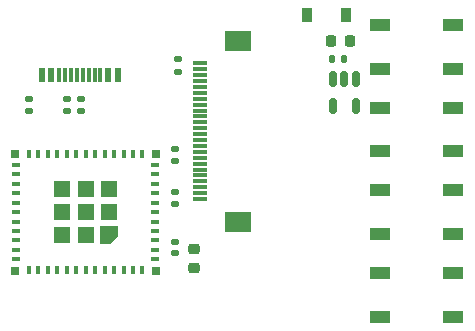
<source format=gtp>
G04 #@! TF.GenerationSoftware,KiCad,Pcbnew,(6.0.10-0)*
G04 #@! TF.CreationDate,2022-12-22T21:19:14-05:00*
G04 #@! TF.ProjectId,rev2,72657632-2e6b-4696-9361-645f70636258,rev?*
G04 #@! TF.SameCoordinates,Original*
G04 #@! TF.FileFunction,Paste,Top*
G04 #@! TF.FilePolarity,Positive*
%FSLAX46Y46*%
G04 Gerber Fmt 4.6, Leading zero omitted, Abs format (unit mm)*
G04 Created by KiCad (PCBNEW (6.0.10-0)) date 2022-12-22 21:19:14*
%MOMM*%
%LPD*%
G01*
G04 APERTURE LIST*
G04 Aperture macros list*
%AMRoundRect*
0 Rectangle with rounded corners*
0 $1 Rounding radius*
0 $2 $3 $4 $5 $6 $7 $8 $9 X,Y pos of 4 corners*
0 Add a 4 corners polygon primitive as box body*
4,1,4,$2,$3,$4,$5,$6,$7,$8,$9,$2,$3,0*
0 Add four circle primitives for the rounded corners*
1,1,$1+$1,$2,$3*
1,1,$1+$1,$4,$5*
1,1,$1+$1,$6,$7*
1,1,$1+$1,$8,$9*
0 Add four rect primitives between the rounded corners*
20,1,$1+$1,$2,$3,$4,$5,0*
20,1,$1+$1,$4,$5,$6,$7,0*
20,1,$1+$1,$6,$7,$8,$9,0*
20,1,$1+$1,$8,$9,$2,$3,0*%
%AMFreePoly0*
4,1,6,0.725000,-0.725000,-0.725000,-0.725000,-0.725000,0.125000,-0.125000,0.725000,0.725000,0.725000,0.725000,-0.725000,0.725000,-0.725000,$1*%
G04 Aperture macros list end*
%ADD10R,1.800000X1.100000*%
%ADD11RoundRect,0.135000X0.185000X-0.135000X0.185000X0.135000X-0.185000X0.135000X-0.185000X-0.135000X0*%
%ADD12R,0.800000X0.400000*%
%ADD13R,0.400000X0.800000*%
%ADD14R,0.700000X0.700000*%
%ADD15R,1.450000X1.450000*%
%ADD16FreePoly0,180.000000*%
%ADD17RoundRect,0.135000X-0.185000X0.135000X-0.185000X-0.135000X0.185000X-0.135000X0.185000X0.135000X0*%
%ADD18RoundRect,0.225000X-0.250000X0.225000X-0.250000X-0.225000X0.250000X-0.225000X0.250000X0.225000X0*%
%ADD19RoundRect,0.140000X0.170000X-0.140000X0.170000X0.140000X-0.170000X0.140000X-0.170000X-0.140000X0*%
%ADD20R,0.900000X1.200000*%
%ADD21R,1.300000X0.300000*%
%ADD22R,2.200000X1.800000*%
%ADD23RoundRect,0.140000X-0.170000X0.140000X-0.170000X-0.140000X0.170000X-0.140000X0.170000X0.140000X0*%
%ADD24RoundRect,0.140000X-0.140000X-0.170000X0.140000X-0.170000X0.140000X0.170000X-0.140000X0.170000X0*%
%ADD25RoundRect,0.150000X-0.150000X0.512500X-0.150000X-0.512500X0.150000X-0.512500X0.150000X0.512500X0*%
%ADD26RoundRect,0.225000X-0.225000X-0.250000X0.225000X-0.250000X0.225000X0.250000X-0.225000X0.250000X0*%
%ADD27R,0.600000X1.160000*%
%ADD28R,0.300000X1.160000*%
G04 APERTURE END LIST*
D10*
X223100000Y-53350000D03*
X216900000Y-53350000D03*
X223100000Y-49650000D03*
X216900000Y-49650000D03*
D11*
X199600000Y-57800000D03*
X199600000Y-56780000D03*
D12*
X197900000Y-62500000D03*
X197900000Y-61700000D03*
X197900000Y-60900000D03*
X197900000Y-60100000D03*
X197900000Y-59300000D03*
X197900000Y-58500000D03*
X197900000Y-57700000D03*
X197900000Y-56900000D03*
X197900000Y-56100000D03*
X197900000Y-55300000D03*
X197900000Y-54500000D03*
D13*
X196800000Y-53600000D03*
X196000000Y-53600000D03*
X195200000Y-53600000D03*
X194400000Y-53600000D03*
X193600000Y-53600000D03*
X192800000Y-53600000D03*
X192000000Y-53600000D03*
X191200000Y-53600000D03*
X190400000Y-53600000D03*
X189600000Y-53600000D03*
X188800000Y-53600000D03*
X188000000Y-53600000D03*
X187200000Y-53600000D03*
D12*
X186100000Y-54500000D03*
X186100000Y-55300000D03*
X186100000Y-56100000D03*
X186100000Y-56900000D03*
X186100000Y-57700000D03*
X186100000Y-58500000D03*
X186100000Y-59300000D03*
X186100000Y-60100000D03*
X186100000Y-60900000D03*
X186100000Y-61700000D03*
X186100000Y-62500000D03*
D14*
X186050000Y-53550000D03*
D13*
X188000000Y-63400000D03*
X196000000Y-63400000D03*
D14*
X186050000Y-63450000D03*
D13*
X196800000Y-63400000D03*
X194400000Y-63400000D03*
D15*
X190025000Y-56525000D03*
X190025000Y-58500000D03*
D13*
X192000000Y-63400000D03*
D15*
X192000000Y-58500000D03*
X193975000Y-58500000D03*
D13*
X189600000Y-63400000D03*
X193600000Y-63400000D03*
X190400000Y-63400000D03*
X192800000Y-63400000D03*
D15*
X192000000Y-60475000D03*
D16*
X193975000Y-60475000D03*
D13*
X191200000Y-63400000D03*
X195200000Y-63400000D03*
X187200000Y-63400000D03*
D14*
X197950000Y-53550000D03*
D15*
X190025000Y-60475000D03*
D13*
X188800000Y-63400000D03*
D15*
X192000000Y-56525000D03*
X193975000Y-56525000D03*
D14*
X197950000Y-63450000D03*
D17*
X190400000Y-48890000D03*
X190400000Y-49910000D03*
D10*
X223100000Y-67350000D03*
X216900000Y-67350000D03*
X223100000Y-63650000D03*
X216900000Y-63650000D03*
D18*
X201200000Y-61650000D03*
X201200000Y-63200000D03*
D19*
X199600000Y-54160000D03*
X199600000Y-53200000D03*
D20*
X214000000Y-41800000D03*
X210700000Y-41800000D03*
D21*
X201650000Y-57400000D03*
X201650000Y-56900000D03*
X201650000Y-56400000D03*
X201650000Y-55900000D03*
X201650000Y-55400000D03*
X201650000Y-54900000D03*
X201650000Y-54400000D03*
X201650000Y-53900000D03*
X201650000Y-53400000D03*
X201650000Y-52900000D03*
X201650000Y-52400000D03*
X201650000Y-51900000D03*
X201650000Y-51400000D03*
X201650000Y-50900000D03*
X201650000Y-50400000D03*
X201650000Y-49900000D03*
X201650000Y-49400000D03*
X201650000Y-48900000D03*
X201650000Y-48400000D03*
X201650000Y-47900000D03*
X201650000Y-47400000D03*
X201650000Y-46900000D03*
X201650000Y-46400000D03*
X201650000Y-45900000D03*
D22*
X204900000Y-44000000D03*
X204900000Y-59300000D03*
D17*
X199800000Y-45580000D03*
X199800000Y-46600000D03*
D23*
X199600000Y-61040000D03*
X199600000Y-62000000D03*
D24*
X212890000Y-45500000D03*
X213850000Y-45500000D03*
D17*
X187200000Y-48890000D03*
X187200000Y-49910000D03*
D10*
X223100000Y-46350000D03*
X216900000Y-46350000D03*
X223100000Y-42650000D03*
X216900000Y-42650000D03*
D25*
X214850000Y-47225000D03*
X213900000Y-47225000D03*
X212950000Y-47225000D03*
X212950000Y-49500000D03*
X214850000Y-49500000D03*
D17*
X191600000Y-48890000D03*
X191600000Y-49910000D03*
D10*
X223100000Y-60350000D03*
X216900000Y-60350000D03*
X223100000Y-56650000D03*
X216900000Y-56650000D03*
D26*
X212800000Y-44000000D03*
X214350000Y-44000000D03*
D27*
X194700000Y-46885000D03*
X193900000Y-46885000D03*
D28*
X192750000Y-46885000D03*
X191750000Y-46885000D03*
X191250000Y-46885000D03*
X190250000Y-46885000D03*
D27*
X189100000Y-46885000D03*
X188300000Y-46885000D03*
X188300000Y-46885000D03*
X189100000Y-46885000D03*
D28*
X189750000Y-46885000D03*
X190750000Y-46885000D03*
X192250000Y-46885000D03*
X193250000Y-46885000D03*
D27*
X193900000Y-46885000D03*
X194700000Y-46885000D03*
M02*

</source>
